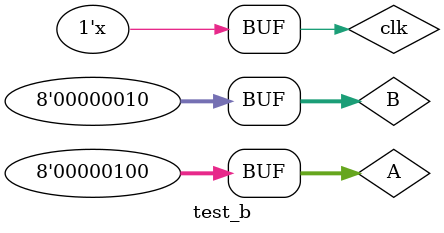
<source format=sv>
`timescale 1 ps/ 1 ps
module test_b();

logic clk;
logic [7:0] A,B, quo, rem;


div_prueba DUT (.denom ( B ), .numer ( A ), .quotient ( quo ), .remain ( rem ));

initial begin
	clk = 0;
	#10 A = 4;
	#10 B = 2;
end



always
	#10 clk <= !clk;




endmodule
</source>
